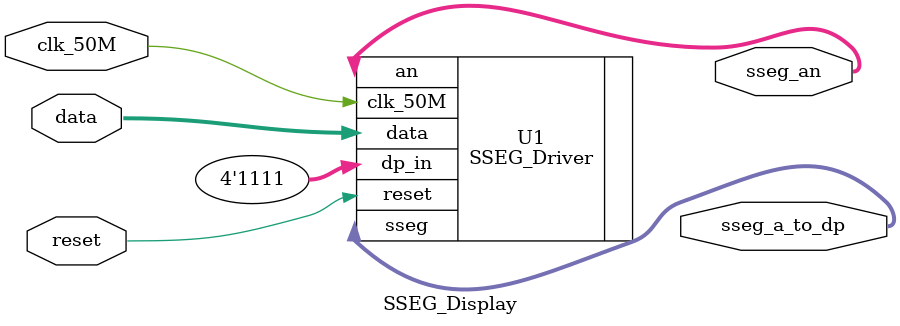
<source format=v>


//////////////////////////////////////////////////////////////////////////////////
module SSEG_Display( clk_50M, reset,sseg_a_to_dp, sseg_an, data );

input  wire clk_50M;					// 50MHz clock input
input  wire reset;			// 8-bit DIP switch
output wire[7:0] sseg_a_to_dp;	// cathode of seven segment display( a,b,c,d,e,f,g,dp )
output wire[3:0] sseg_an;			// anaode of seven segment display( AN3,AN2,AN1,AN0 )


input wire [15:0] data ; // display data on sseg led


SSEG_Driver U1 ( .clk_50M( clk_50M ),
						 .reset( reset ), 
						  .data( data ), 
						  .sseg( sseg_a_to_dp ), 
						    .an( sseg_an ), 
						 .dp_in( 4'b1111 ),	// turn off all decimal points
					 );

endmodule




</source>
